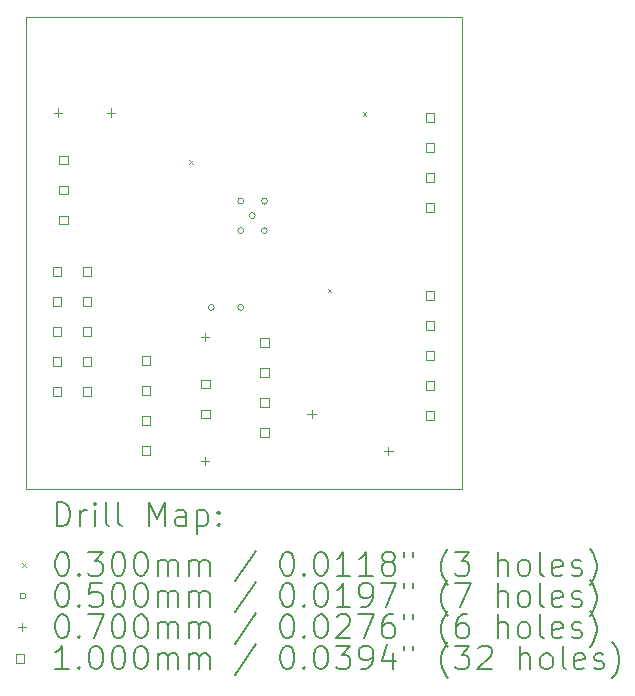
<source format=gbr>
%TF.GenerationSoftware,KiCad,Pcbnew,9.0.0*%
%TF.CreationDate,2025-03-07T02:48:02-06:00*%
%TF.ProjectId,ATWILC1000_Breakout,41545749-4c43-4313-9030-305f42726561,rev?*%
%TF.SameCoordinates,Original*%
%TF.FileFunction,Drillmap*%
%TF.FilePolarity,Positive*%
%FSLAX45Y45*%
G04 Gerber Fmt 4.5, Leading zero omitted, Abs format (unit mm)*
G04 Created by KiCad (PCBNEW 9.0.0) date 2025-03-07 02:48:02*
%MOMM*%
%LPD*%
G01*
G04 APERTURE LIST*
%ADD10C,0.050000*%
%ADD11C,0.200000*%
%ADD12C,0.100000*%
G04 APERTURE END LIST*
D10*
X12732500Y-8387500D02*
X16425000Y-8387500D01*
X16425000Y-12387500D01*
X12732500Y-12387500D01*
X12732500Y-8387500D01*
D11*
D12*
X14114200Y-9605800D02*
X14144200Y-9635800D01*
X14144200Y-9605800D02*
X14114200Y-9635800D01*
X15285000Y-10693568D02*
X15315000Y-10723568D01*
X15315000Y-10693568D02*
X15285000Y-10723568D01*
X15582643Y-9199730D02*
X15612643Y-9229730D01*
X15612643Y-9199730D02*
X15582643Y-9229730D01*
X14325000Y-10850000D02*
G75*
G02*
X14275000Y-10850000I-25000J0D01*
G01*
X14275000Y-10850000D02*
G75*
G02*
X14325000Y-10850000I25000J0D01*
G01*
X14575000Y-9950000D02*
G75*
G02*
X14525000Y-9950000I-25000J0D01*
G01*
X14525000Y-9950000D02*
G75*
G02*
X14575000Y-9950000I25000J0D01*
G01*
X14575000Y-10200000D02*
G75*
G02*
X14525000Y-10200000I-25000J0D01*
G01*
X14525000Y-10200000D02*
G75*
G02*
X14575000Y-10200000I25000J0D01*
G01*
X14575000Y-10850000D02*
G75*
G02*
X14525000Y-10850000I-25000J0D01*
G01*
X14525000Y-10850000D02*
G75*
G02*
X14575000Y-10850000I25000J0D01*
G01*
X14673000Y-10073000D02*
G75*
G02*
X14623000Y-10073000I-25000J0D01*
G01*
X14623000Y-10073000D02*
G75*
G02*
X14673000Y-10073000I25000J0D01*
G01*
X14775000Y-9950000D02*
G75*
G02*
X14725000Y-9950000I-25000J0D01*
G01*
X14725000Y-9950000D02*
G75*
G02*
X14775000Y-9950000I25000J0D01*
G01*
X14775000Y-10200000D02*
G75*
G02*
X14725000Y-10200000I-25000J0D01*
G01*
X14725000Y-10200000D02*
G75*
G02*
X14775000Y-10200000I25000J0D01*
G01*
X13000000Y-9165000D02*
X13000000Y-9235000D01*
X12965000Y-9200000D02*
X13035000Y-9200000D01*
X13450000Y-9165000D02*
X13450000Y-9235000D01*
X13415000Y-9200000D02*
X13485000Y-9200000D01*
X14250000Y-11065000D02*
X14250000Y-11135000D01*
X14215000Y-11100000D02*
X14285000Y-11100000D01*
X14250000Y-12115000D02*
X14250000Y-12185000D01*
X14215000Y-12150000D02*
X14285000Y-12150000D01*
X15150000Y-11715000D02*
X15150000Y-11785000D01*
X15115000Y-11750000D02*
X15185000Y-11750000D01*
X15800000Y-12031000D02*
X15800000Y-12101000D01*
X15765000Y-12066000D02*
X15835000Y-12066000D01*
X13031356Y-10581356D02*
X13031356Y-10510644D01*
X12960644Y-10510644D01*
X12960644Y-10581356D01*
X13031356Y-10581356D01*
X13031356Y-10835356D02*
X13031356Y-10764644D01*
X12960644Y-10764644D01*
X12960644Y-10835356D01*
X13031356Y-10835356D01*
X13031356Y-11089356D02*
X13031356Y-11018644D01*
X12960644Y-11018644D01*
X12960644Y-11089356D01*
X13031356Y-11089356D01*
X13031356Y-11343356D02*
X13031356Y-11272644D01*
X12960644Y-11272644D01*
X12960644Y-11343356D01*
X13031356Y-11343356D01*
X13031356Y-11597356D02*
X13031356Y-11526644D01*
X12960644Y-11526644D01*
X12960644Y-11597356D01*
X13031356Y-11597356D01*
X13085356Y-9635356D02*
X13085356Y-9564644D01*
X13014644Y-9564644D01*
X13014644Y-9635356D01*
X13085356Y-9635356D01*
X13085356Y-9889356D02*
X13085356Y-9818644D01*
X13014644Y-9818644D01*
X13014644Y-9889356D01*
X13085356Y-9889356D01*
X13085356Y-10143356D02*
X13085356Y-10072644D01*
X13014644Y-10072644D01*
X13014644Y-10143356D01*
X13085356Y-10143356D01*
X13285356Y-10581356D02*
X13285356Y-10510644D01*
X13214644Y-10510644D01*
X13214644Y-10581356D01*
X13285356Y-10581356D01*
X13285356Y-10835356D02*
X13285356Y-10764644D01*
X13214644Y-10764644D01*
X13214644Y-10835356D01*
X13285356Y-10835356D01*
X13285356Y-11089356D02*
X13285356Y-11018644D01*
X13214644Y-11018644D01*
X13214644Y-11089356D01*
X13285356Y-11089356D01*
X13285356Y-11343356D02*
X13285356Y-11272644D01*
X13214644Y-11272644D01*
X13214644Y-11343356D01*
X13285356Y-11343356D01*
X13285356Y-11597356D02*
X13285356Y-11526644D01*
X13214644Y-11526644D01*
X13214644Y-11597356D01*
X13285356Y-11597356D01*
X13785356Y-11335356D02*
X13785356Y-11264644D01*
X13714644Y-11264644D01*
X13714644Y-11335356D01*
X13785356Y-11335356D01*
X13785356Y-11589356D02*
X13785356Y-11518644D01*
X13714644Y-11518644D01*
X13714644Y-11589356D01*
X13785356Y-11589356D01*
X13785356Y-11843356D02*
X13785356Y-11772644D01*
X13714644Y-11772644D01*
X13714644Y-11843356D01*
X13785356Y-11843356D01*
X13785356Y-12097356D02*
X13785356Y-12026644D01*
X13714644Y-12026644D01*
X13714644Y-12097356D01*
X13785356Y-12097356D01*
X14285356Y-11531356D02*
X14285356Y-11460644D01*
X14214644Y-11460644D01*
X14214644Y-11531356D01*
X14285356Y-11531356D01*
X14285356Y-11785356D02*
X14285356Y-11714644D01*
X14214644Y-11714644D01*
X14214644Y-11785356D01*
X14285356Y-11785356D01*
X14785356Y-11181356D02*
X14785356Y-11110644D01*
X14714644Y-11110644D01*
X14714644Y-11181356D01*
X14785356Y-11181356D01*
X14785356Y-11435356D02*
X14785356Y-11364644D01*
X14714644Y-11364644D01*
X14714644Y-11435356D01*
X14785356Y-11435356D01*
X14785356Y-11689356D02*
X14785356Y-11618644D01*
X14714644Y-11618644D01*
X14714644Y-11689356D01*
X14785356Y-11689356D01*
X14785356Y-11943356D02*
X14785356Y-11872644D01*
X14714644Y-11872644D01*
X14714644Y-11943356D01*
X14785356Y-11943356D01*
X16185356Y-9277356D02*
X16185356Y-9206644D01*
X16114644Y-9206644D01*
X16114644Y-9277356D01*
X16185356Y-9277356D01*
X16185356Y-9531356D02*
X16185356Y-9460644D01*
X16114644Y-9460644D01*
X16114644Y-9531356D01*
X16185356Y-9531356D01*
X16185356Y-9785356D02*
X16185356Y-9714644D01*
X16114644Y-9714644D01*
X16114644Y-9785356D01*
X16185356Y-9785356D01*
X16185356Y-10039356D02*
X16185356Y-9968644D01*
X16114644Y-9968644D01*
X16114644Y-10039356D01*
X16185356Y-10039356D01*
X16185356Y-10785356D02*
X16185356Y-10714644D01*
X16114644Y-10714644D01*
X16114644Y-10785356D01*
X16185356Y-10785356D01*
X16185356Y-11039356D02*
X16185356Y-10968644D01*
X16114644Y-10968644D01*
X16114644Y-11039356D01*
X16185356Y-11039356D01*
X16185356Y-11293356D02*
X16185356Y-11222644D01*
X16114644Y-11222644D01*
X16114644Y-11293356D01*
X16185356Y-11293356D01*
X16185356Y-11547356D02*
X16185356Y-11476644D01*
X16114644Y-11476644D01*
X16114644Y-11547356D01*
X16185356Y-11547356D01*
X16185356Y-11801356D02*
X16185356Y-11730644D01*
X16114644Y-11730644D01*
X16114644Y-11801356D01*
X16185356Y-11801356D01*
D11*
X12990777Y-12701484D02*
X12990777Y-12501484D01*
X12990777Y-12501484D02*
X13038396Y-12501484D01*
X13038396Y-12501484D02*
X13066967Y-12511008D01*
X13066967Y-12511008D02*
X13086015Y-12530055D01*
X13086015Y-12530055D02*
X13095539Y-12549103D01*
X13095539Y-12549103D02*
X13105062Y-12587198D01*
X13105062Y-12587198D02*
X13105062Y-12615769D01*
X13105062Y-12615769D02*
X13095539Y-12653865D01*
X13095539Y-12653865D02*
X13086015Y-12672912D01*
X13086015Y-12672912D02*
X13066967Y-12691960D01*
X13066967Y-12691960D02*
X13038396Y-12701484D01*
X13038396Y-12701484D02*
X12990777Y-12701484D01*
X13190777Y-12701484D02*
X13190777Y-12568150D01*
X13190777Y-12606246D02*
X13200301Y-12587198D01*
X13200301Y-12587198D02*
X13209824Y-12577674D01*
X13209824Y-12577674D02*
X13228872Y-12568150D01*
X13228872Y-12568150D02*
X13247920Y-12568150D01*
X13314586Y-12701484D02*
X13314586Y-12568150D01*
X13314586Y-12501484D02*
X13305062Y-12511008D01*
X13305062Y-12511008D02*
X13314586Y-12520531D01*
X13314586Y-12520531D02*
X13324110Y-12511008D01*
X13324110Y-12511008D02*
X13314586Y-12501484D01*
X13314586Y-12501484D02*
X13314586Y-12520531D01*
X13438396Y-12701484D02*
X13419348Y-12691960D01*
X13419348Y-12691960D02*
X13409824Y-12672912D01*
X13409824Y-12672912D02*
X13409824Y-12501484D01*
X13543158Y-12701484D02*
X13524110Y-12691960D01*
X13524110Y-12691960D02*
X13514586Y-12672912D01*
X13514586Y-12672912D02*
X13514586Y-12501484D01*
X13771729Y-12701484D02*
X13771729Y-12501484D01*
X13771729Y-12501484D02*
X13838396Y-12644341D01*
X13838396Y-12644341D02*
X13905062Y-12501484D01*
X13905062Y-12501484D02*
X13905062Y-12701484D01*
X14086015Y-12701484D02*
X14086015Y-12596722D01*
X14086015Y-12596722D02*
X14076491Y-12577674D01*
X14076491Y-12577674D02*
X14057443Y-12568150D01*
X14057443Y-12568150D02*
X14019348Y-12568150D01*
X14019348Y-12568150D02*
X14000301Y-12577674D01*
X14086015Y-12691960D02*
X14066967Y-12701484D01*
X14066967Y-12701484D02*
X14019348Y-12701484D01*
X14019348Y-12701484D02*
X14000301Y-12691960D01*
X14000301Y-12691960D02*
X13990777Y-12672912D01*
X13990777Y-12672912D02*
X13990777Y-12653865D01*
X13990777Y-12653865D02*
X14000301Y-12634817D01*
X14000301Y-12634817D02*
X14019348Y-12625293D01*
X14019348Y-12625293D02*
X14066967Y-12625293D01*
X14066967Y-12625293D02*
X14086015Y-12615769D01*
X14181253Y-12568150D02*
X14181253Y-12768150D01*
X14181253Y-12577674D02*
X14200301Y-12568150D01*
X14200301Y-12568150D02*
X14238396Y-12568150D01*
X14238396Y-12568150D02*
X14257443Y-12577674D01*
X14257443Y-12577674D02*
X14266967Y-12587198D01*
X14266967Y-12587198D02*
X14276491Y-12606246D01*
X14276491Y-12606246D02*
X14276491Y-12663388D01*
X14276491Y-12663388D02*
X14266967Y-12682436D01*
X14266967Y-12682436D02*
X14257443Y-12691960D01*
X14257443Y-12691960D02*
X14238396Y-12701484D01*
X14238396Y-12701484D02*
X14200301Y-12701484D01*
X14200301Y-12701484D02*
X14181253Y-12691960D01*
X14362205Y-12682436D02*
X14371729Y-12691960D01*
X14371729Y-12691960D02*
X14362205Y-12701484D01*
X14362205Y-12701484D02*
X14352682Y-12691960D01*
X14352682Y-12691960D02*
X14362205Y-12682436D01*
X14362205Y-12682436D02*
X14362205Y-12701484D01*
X14362205Y-12577674D02*
X14371729Y-12587198D01*
X14371729Y-12587198D02*
X14362205Y-12596722D01*
X14362205Y-12596722D02*
X14352682Y-12587198D01*
X14352682Y-12587198D02*
X14362205Y-12577674D01*
X14362205Y-12577674D02*
X14362205Y-12596722D01*
D12*
X12700000Y-13015000D02*
X12730000Y-13045000D01*
X12730000Y-13015000D02*
X12700000Y-13045000D01*
D11*
X13028872Y-12921484D02*
X13047920Y-12921484D01*
X13047920Y-12921484D02*
X13066967Y-12931008D01*
X13066967Y-12931008D02*
X13076491Y-12940531D01*
X13076491Y-12940531D02*
X13086015Y-12959579D01*
X13086015Y-12959579D02*
X13095539Y-12997674D01*
X13095539Y-12997674D02*
X13095539Y-13045293D01*
X13095539Y-13045293D02*
X13086015Y-13083388D01*
X13086015Y-13083388D02*
X13076491Y-13102436D01*
X13076491Y-13102436D02*
X13066967Y-13111960D01*
X13066967Y-13111960D02*
X13047920Y-13121484D01*
X13047920Y-13121484D02*
X13028872Y-13121484D01*
X13028872Y-13121484D02*
X13009824Y-13111960D01*
X13009824Y-13111960D02*
X13000301Y-13102436D01*
X13000301Y-13102436D02*
X12990777Y-13083388D01*
X12990777Y-13083388D02*
X12981253Y-13045293D01*
X12981253Y-13045293D02*
X12981253Y-12997674D01*
X12981253Y-12997674D02*
X12990777Y-12959579D01*
X12990777Y-12959579D02*
X13000301Y-12940531D01*
X13000301Y-12940531D02*
X13009824Y-12931008D01*
X13009824Y-12931008D02*
X13028872Y-12921484D01*
X13181253Y-13102436D02*
X13190777Y-13111960D01*
X13190777Y-13111960D02*
X13181253Y-13121484D01*
X13181253Y-13121484D02*
X13171729Y-13111960D01*
X13171729Y-13111960D02*
X13181253Y-13102436D01*
X13181253Y-13102436D02*
X13181253Y-13121484D01*
X13257443Y-12921484D02*
X13381253Y-12921484D01*
X13381253Y-12921484D02*
X13314586Y-12997674D01*
X13314586Y-12997674D02*
X13343158Y-12997674D01*
X13343158Y-12997674D02*
X13362205Y-13007198D01*
X13362205Y-13007198D02*
X13371729Y-13016722D01*
X13371729Y-13016722D02*
X13381253Y-13035769D01*
X13381253Y-13035769D02*
X13381253Y-13083388D01*
X13381253Y-13083388D02*
X13371729Y-13102436D01*
X13371729Y-13102436D02*
X13362205Y-13111960D01*
X13362205Y-13111960D02*
X13343158Y-13121484D01*
X13343158Y-13121484D02*
X13286015Y-13121484D01*
X13286015Y-13121484D02*
X13266967Y-13111960D01*
X13266967Y-13111960D02*
X13257443Y-13102436D01*
X13505062Y-12921484D02*
X13524110Y-12921484D01*
X13524110Y-12921484D02*
X13543158Y-12931008D01*
X13543158Y-12931008D02*
X13552682Y-12940531D01*
X13552682Y-12940531D02*
X13562205Y-12959579D01*
X13562205Y-12959579D02*
X13571729Y-12997674D01*
X13571729Y-12997674D02*
X13571729Y-13045293D01*
X13571729Y-13045293D02*
X13562205Y-13083388D01*
X13562205Y-13083388D02*
X13552682Y-13102436D01*
X13552682Y-13102436D02*
X13543158Y-13111960D01*
X13543158Y-13111960D02*
X13524110Y-13121484D01*
X13524110Y-13121484D02*
X13505062Y-13121484D01*
X13505062Y-13121484D02*
X13486015Y-13111960D01*
X13486015Y-13111960D02*
X13476491Y-13102436D01*
X13476491Y-13102436D02*
X13466967Y-13083388D01*
X13466967Y-13083388D02*
X13457443Y-13045293D01*
X13457443Y-13045293D02*
X13457443Y-12997674D01*
X13457443Y-12997674D02*
X13466967Y-12959579D01*
X13466967Y-12959579D02*
X13476491Y-12940531D01*
X13476491Y-12940531D02*
X13486015Y-12931008D01*
X13486015Y-12931008D02*
X13505062Y-12921484D01*
X13695539Y-12921484D02*
X13714586Y-12921484D01*
X13714586Y-12921484D02*
X13733634Y-12931008D01*
X13733634Y-12931008D02*
X13743158Y-12940531D01*
X13743158Y-12940531D02*
X13752682Y-12959579D01*
X13752682Y-12959579D02*
X13762205Y-12997674D01*
X13762205Y-12997674D02*
X13762205Y-13045293D01*
X13762205Y-13045293D02*
X13752682Y-13083388D01*
X13752682Y-13083388D02*
X13743158Y-13102436D01*
X13743158Y-13102436D02*
X13733634Y-13111960D01*
X13733634Y-13111960D02*
X13714586Y-13121484D01*
X13714586Y-13121484D02*
X13695539Y-13121484D01*
X13695539Y-13121484D02*
X13676491Y-13111960D01*
X13676491Y-13111960D02*
X13666967Y-13102436D01*
X13666967Y-13102436D02*
X13657443Y-13083388D01*
X13657443Y-13083388D02*
X13647920Y-13045293D01*
X13647920Y-13045293D02*
X13647920Y-12997674D01*
X13647920Y-12997674D02*
X13657443Y-12959579D01*
X13657443Y-12959579D02*
X13666967Y-12940531D01*
X13666967Y-12940531D02*
X13676491Y-12931008D01*
X13676491Y-12931008D02*
X13695539Y-12921484D01*
X13847920Y-13121484D02*
X13847920Y-12988150D01*
X13847920Y-13007198D02*
X13857443Y-12997674D01*
X13857443Y-12997674D02*
X13876491Y-12988150D01*
X13876491Y-12988150D02*
X13905063Y-12988150D01*
X13905063Y-12988150D02*
X13924110Y-12997674D01*
X13924110Y-12997674D02*
X13933634Y-13016722D01*
X13933634Y-13016722D02*
X13933634Y-13121484D01*
X13933634Y-13016722D02*
X13943158Y-12997674D01*
X13943158Y-12997674D02*
X13962205Y-12988150D01*
X13962205Y-12988150D02*
X13990777Y-12988150D01*
X13990777Y-12988150D02*
X14009824Y-12997674D01*
X14009824Y-12997674D02*
X14019348Y-13016722D01*
X14019348Y-13016722D02*
X14019348Y-13121484D01*
X14114586Y-13121484D02*
X14114586Y-12988150D01*
X14114586Y-13007198D02*
X14124110Y-12997674D01*
X14124110Y-12997674D02*
X14143158Y-12988150D01*
X14143158Y-12988150D02*
X14171729Y-12988150D01*
X14171729Y-12988150D02*
X14190777Y-12997674D01*
X14190777Y-12997674D02*
X14200301Y-13016722D01*
X14200301Y-13016722D02*
X14200301Y-13121484D01*
X14200301Y-13016722D02*
X14209824Y-12997674D01*
X14209824Y-12997674D02*
X14228872Y-12988150D01*
X14228872Y-12988150D02*
X14257443Y-12988150D01*
X14257443Y-12988150D02*
X14276491Y-12997674D01*
X14276491Y-12997674D02*
X14286015Y-13016722D01*
X14286015Y-13016722D02*
X14286015Y-13121484D01*
X14676491Y-12911960D02*
X14505063Y-13169103D01*
X14933634Y-12921484D02*
X14952682Y-12921484D01*
X14952682Y-12921484D02*
X14971729Y-12931008D01*
X14971729Y-12931008D02*
X14981253Y-12940531D01*
X14981253Y-12940531D02*
X14990777Y-12959579D01*
X14990777Y-12959579D02*
X15000301Y-12997674D01*
X15000301Y-12997674D02*
X15000301Y-13045293D01*
X15000301Y-13045293D02*
X14990777Y-13083388D01*
X14990777Y-13083388D02*
X14981253Y-13102436D01*
X14981253Y-13102436D02*
X14971729Y-13111960D01*
X14971729Y-13111960D02*
X14952682Y-13121484D01*
X14952682Y-13121484D02*
X14933634Y-13121484D01*
X14933634Y-13121484D02*
X14914586Y-13111960D01*
X14914586Y-13111960D02*
X14905063Y-13102436D01*
X14905063Y-13102436D02*
X14895539Y-13083388D01*
X14895539Y-13083388D02*
X14886015Y-13045293D01*
X14886015Y-13045293D02*
X14886015Y-12997674D01*
X14886015Y-12997674D02*
X14895539Y-12959579D01*
X14895539Y-12959579D02*
X14905063Y-12940531D01*
X14905063Y-12940531D02*
X14914586Y-12931008D01*
X14914586Y-12931008D02*
X14933634Y-12921484D01*
X15086015Y-13102436D02*
X15095539Y-13111960D01*
X15095539Y-13111960D02*
X15086015Y-13121484D01*
X15086015Y-13121484D02*
X15076491Y-13111960D01*
X15076491Y-13111960D02*
X15086015Y-13102436D01*
X15086015Y-13102436D02*
X15086015Y-13121484D01*
X15219348Y-12921484D02*
X15238396Y-12921484D01*
X15238396Y-12921484D02*
X15257444Y-12931008D01*
X15257444Y-12931008D02*
X15266967Y-12940531D01*
X15266967Y-12940531D02*
X15276491Y-12959579D01*
X15276491Y-12959579D02*
X15286015Y-12997674D01*
X15286015Y-12997674D02*
X15286015Y-13045293D01*
X15286015Y-13045293D02*
X15276491Y-13083388D01*
X15276491Y-13083388D02*
X15266967Y-13102436D01*
X15266967Y-13102436D02*
X15257444Y-13111960D01*
X15257444Y-13111960D02*
X15238396Y-13121484D01*
X15238396Y-13121484D02*
X15219348Y-13121484D01*
X15219348Y-13121484D02*
X15200301Y-13111960D01*
X15200301Y-13111960D02*
X15190777Y-13102436D01*
X15190777Y-13102436D02*
X15181253Y-13083388D01*
X15181253Y-13083388D02*
X15171729Y-13045293D01*
X15171729Y-13045293D02*
X15171729Y-12997674D01*
X15171729Y-12997674D02*
X15181253Y-12959579D01*
X15181253Y-12959579D02*
X15190777Y-12940531D01*
X15190777Y-12940531D02*
X15200301Y-12931008D01*
X15200301Y-12931008D02*
X15219348Y-12921484D01*
X15476491Y-13121484D02*
X15362206Y-13121484D01*
X15419348Y-13121484D02*
X15419348Y-12921484D01*
X15419348Y-12921484D02*
X15400301Y-12950055D01*
X15400301Y-12950055D02*
X15381253Y-12969103D01*
X15381253Y-12969103D02*
X15362206Y-12978627D01*
X15666967Y-13121484D02*
X15552682Y-13121484D01*
X15609825Y-13121484D02*
X15609825Y-12921484D01*
X15609825Y-12921484D02*
X15590777Y-12950055D01*
X15590777Y-12950055D02*
X15571729Y-12969103D01*
X15571729Y-12969103D02*
X15552682Y-12978627D01*
X15781253Y-13007198D02*
X15762206Y-12997674D01*
X15762206Y-12997674D02*
X15752682Y-12988150D01*
X15752682Y-12988150D02*
X15743158Y-12969103D01*
X15743158Y-12969103D02*
X15743158Y-12959579D01*
X15743158Y-12959579D02*
X15752682Y-12940531D01*
X15752682Y-12940531D02*
X15762206Y-12931008D01*
X15762206Y-12931008D02*
X15781253Y-12921484D01*
X15781253Y-12921484D02*
X15819348Y-12921484D01*
X15819348Y-12921484D02*
X15838396Y-12931008D01*
X15838396Y-12931008D02*
X15847920Y-12940531D01*
X15847920Y-12940531D02*
X15857444Y-12959579D01*
X15857444Y-12959579D02*
X15857444Y-12969103D01*
X15857444Y-12969103D02*
X15847920Y-12988150D01*
X15847920Y-12988150D02*
X15838396Y-12997674D01*
X15838396Y-12997674D02*
X15819348Y-13007198D01*
X15819348Y-13007198D02*
X15781253Y-13007198D01*
X15781253Y-13007198D02*
X15762206Y-13016722D01*
X15762206Y-13016722D02*
X15752682Y-13026246D01*
X15752682Y-13026246D02*
X15743158Y-13045293D01*
X15743158Y-13045293D02*
X15743158Y-13083388D01*
X15743158Y-13083388D02*
X15752682Y-13102436D01*
X15752682Y-13102436D02*
X15762206Y-13111960D01*
X15762206Y-13111960D02*
X15781253Y-13121484D01*
X15781253Y-13121484D02*
X15819348Y-13121484D01*
X15819348Y-13121484D02*
X15838396Y-13111960D01*
X15838396Y-13111960D02*
X15847920Y-13102436D01*
X15847920Y-13102436D02*
X15857444Y-13083388D01*
X15857444Y-13083388D02*
X15857444Y-13045293D01*
X15857444Y-13045293D02*
X15847920Y-13026246D01*
X15847920Y-13026246D02*
X15838396Y-13016722D01*
X15838396Y-13016722D02*
X15819348Y-13007198D01*
X15933634Y-12921484D02*
X15933634Y-12959579D01*
X16009825Y-12921484D02*
X16009825Y-12959579D01*
X16305063Y-13197674D02*
X16295539Y-13188150D01*
X16295539Y-13188150D02*
X16276491Y-13159579D01*
X16276491Y-13159579D02*
X16266968Y-13140531D01*
X16266968Y-13140531D02*
X16257444Y-13111960D01*
X16257444Y-13111960D02*
X16247920Y-13064341D01*
X16247920Y-13064341D02*
X16247920Y-13026246D01*
X16247920Y-13026246D02*
X16257444Y-12978627D01*
X16257444Y-12978627D02*
X16266968Y-12950055D01*
X16266968Y-12950055D02*
X16276491Y-12931008D01*
X16276491Y-12931008D02*
X16295539Y-12902436D01*
X16295539Y-12902436D02*
X16305063Y-12892912D01*
X16362206Y-12921484D02*
X16486015Y-12921484D01*
X16486015Y-12921484D02*
X16419348Y-12997674D01*
X16419348Y-12997674D02*
X16447920Y-12997674D01*
X16447920Y-12997674D02*
X16466968Y-13007198D01*
X16466968Y-13007198D02*
X16476491Y-13016722D01*
X16476491Y-13016722D02*
X16486015Y-13035769D01*
X16486015Y-13035769D02*
X16486015Y-13083388D01*
X16486015Y-13083388D02*
X16476491Y-13102436D01*
X16476491Y-13102436D02*
X16466968Y-13111960D01*
X16466968Y-13111960D02*
X16447920Y-13121484D01*
X16447920Y-13121484D02*
X16390777Y-13121484D01*
X16390777Y-13121484D02*
X16371729Y-13111960D01*
X16371729Y-13111960D02*
X16362206Y-13102436D01*
X16724110Y-13121484D02*
X16724110Y-12921484D01*
X16809825Y-13121484D02*
X16809825Y-13016722D01*
X16809825Y-13016722D02*
X16800301Y-12997674D01*
X16800301Y-12997674D02*
X16781253Y-12988150D01*
X16781253Y-12988150D02*
X16752682Y-12988150D01*
X16752682Y-12988150D02*
X16733634Y-12997674D01*
X16733634Y-12997674D02*
X16724110Y-13007198D01*
X16933634Y-13121484D02*
X16914587Y-13111960D01*
X16914587Y-13111960D02*
X16905063Y-13102436D01*
X16905063Y-13102436D02*
X16895539Y-13083388D01*
X16895539Y-13083388D02*
X16895539Y-13026246D01*
X16895539Y-13026246D02*
X16905063Y-13007198D01*
X16905063Y-13007198D02*
X16914587Y-12997674D01*
X16914587Y-12997674D02*
X16933634Y-12988150D01*
X16933634Y-12988150D02*
X16962206Y-12988150D01*
X16962206Y-12988150D02*
X16981253Y-12997674D01*
X16981253Y-12997674D02*
X16990777Y-13007198D01*
X16990777Y-13007198D02*
X17000301Y-13026246D01*
X17000301Y-13026246D02*
X17000301Y-13083388D01*
X17000301Y-13083388D02*
X16990777Y-13102436D01*
X16990777Y-13102436D02*
X16981253Y-13111960D01*
X16981253Y-13111960D02*
X16962206Y-13121484D01*
X16962206Y-13121484D02*
X16933634Y-13121484D01*
X17114587Y-13121484D02*
X17095539Y-13111960D01*
X17095539Y-13111960D02*
X17086015Y-13092912D01*
X17086015Y-13092912D02*
X17086015Y-12921484D01*
X17266968Y-13111960D02*
X17247920Y-13121484D01*
X17247920Y-13121484D02*
X17209825Y-13121484D01*
X17209825Y-13121484D02*
X17190777Y-13111960D01*
X17190777Y-13111960D02*
X17181253Y-13092912D01*
X17181253Y-13092912D02*
X17181253Y-13016722D01*
X17181253Y-13016722D02*
X17190777Y-12997674D01*
X17190777Y-12997674D02*
X17209825Y-12988150D01*
X17209825Y-12988150D02*
X17247920Y-12988150D01*
X17247920Y-12988150D02*
X17266968Y-12997674D01*
X17266968Y-12997674D02*
X17276492Y-13016722D01*
X17276492Y-13016722D02*
X17276492Y-13035769D01*
X17276492Y-13035769D02*
X17181253Y-13054817D01*
X17352682Y-13111960D02*
X17371730Y-13121484D01*
X17371730Y-13121484D02*
X17409825Y-13121484D01*
X17409825Y-13121484D02*
X17428873Y-13111960D01*
X17428873Y-13111960D02*
X17438396Y-13092912D01*
X17438396Y-13092912D02*
X17438396Y-13083388D01*
X17438396Y-13083388D02*
X17428873Y-13064341D01*
X17428873Y-13064341D02*
X17409825Y-13054817D01*
X17409825Y-13054817D02*
X17381253Y-13054817D01*
X17381253Y-13054817D02*
X17362206Y-13045293D01*
X17362206Y-13045293D02*
X17352682Y-13026246D01*
X17352682Y-13026246D02*
X17352682Y-13016722D01*
X17352682Y-13016722D02*
X17362206Y-12997674D01*
X17362206Y-12997674D02*
X17381253Y-12988150D01*
X17381253Y-12988150D02*
X17409825Y-12988150D01*
X17409825Y-12988150D02*
X17428873Y-12997674D01*
X17505063Y-13197674D02*
X17514587Y-13188150D01*
X17514587Y-13188150D02*
X17533634Y-13159579D01*
X17533634Y-13159579D02*
X17543158Y-13140531D01*
X17543158Y-13140531D02*
X17552682Y-13111960D01*
X17552682Y-13111960D02*
X17562206Y-13064341D01*
X17562206Y-13064341D02*
X17562206Y-13026246D01*
X17562206Y-13026246D02*
X17552682Y-12978627D01*
X17552682Y-12978627D02*
X17543158Y-12950055D01*
X17543158Y-12950055D02*
X17533634Y-12931008D01*
X17533634Y-12931008D02*
X17514587Y-12902436D01*
X17514587Y-12902436D02*
X17505063Y-12892912D01*
D12*
X12730000Y-13294000D02*
G75*
G02*
X12680000Y-13294000I-25000J0D01*
G01*
X12680000Y-13294000D02*
G75*
G02*
X12730000Y-13294000I25000J0D01*
G01*
D11*
X13028872Y-13185484D02*
X13047920Y-13185484D01*
X13047920Y-13185484D02*
X13066967Y-13195008D01*
X13066967Y-13195008D02*
X13076491Y-13204531D01*
X13076491Y-13204531D02*
X13086015Y-13223579D01*
X13086015Y-13223579D02*
X13095539Y-13261674D01*
X13095539Y-13261674D02*
X13095539Y-13309293D01*
X13095539Y-13309293D02*
X13086015Y-13347388D01*
X13086015Y-13347388D02*
X13076491Y-13366436D01*
X13076491Y-13366436D02*
X13066967Y-13375960D01*
X13066967Y-13375960D02*
X13047920Y-13385484D01*
X13047920Y-13385484D02*
X13028872Y-13385484D01*
X13028872Y-13385484D02*
X13009824Y-13375960D01*
X13009824Y-13375960D02*
X13000301Y-13366436D01*
X13000301Y-13366436D02*
X12990777Y-13347388D01*
X12990777Y-13347388D02*
X12981253Y-13309293D01*
X12981253Y-13309293D02*
X12981253Y-13261674D01*
X12981253Y-13261674D02*
X12990777Y-13223579D01*
X12990777Y-13223579D02*
X13000301Y-13204531D01*
X13000301Y-13204531D02*
X13009824Y-13195008D01*
X13009824Y-13195008D02*
X13028872Y-13185484D01*
X13181253Y-13366436D02*
X13190777Y-13375960D01*
X13190777Y-13375960D02*
X13181253Y-13385484D01*
X13181253Y-13385484D02*
X13171729Y-13375960D01*
X13171729Y-13375960D02*
X13181253Y-13366436D01*
X13181253Y-13366436D02*
X13181253Y-13385484D01*
X13371729Y-13185484D02*
X13276491Y-13185484D01*
X13276491Y-13185484D02*
X13266967Y-13280722D01*
X13266967Y-13280722D02*
X13276491Y-13271198D01*
X13276491Y-13271198D02*
X13295539Y-13261674D01*
X13295539Y-13261674D02*
X13343158Y-13261674D01*
X13343158Y-13261674D02*
X13362205Y-13271198D01*
X13362205Y-13271198D02*
X13371729Y-13280722D01*
X13371729Y-13280722D02*
X13381253Y-13299769D01*
X13381253Y-13299769D02*
X13381253Y-13347388D01*
X13381253Y-13347388D02*
X13371729Y-13366436D01*
X13371729Y-13366436D02*
X13362205Y-13375960D01*
X13362205Y-13375960D02*
X13343158Y-13385484D01*
X13343158Y-13385484D02*
X13295539Y-13385484D01*
X13295539Y-13385484D02*
X13276491Y-13375960D01*
X13276491Y-13375960D02*
X13266967Y-13366436D01*
X13505062Y-13185484D02*
X13524110Y-13185484D01*
X13524110Y-13185484D02*
X13543158Y-13195008D01*
X13543158Y-13195008D02*
X13552682Y-13204531D01*
X13552682Y-13204531D02*
X13562205Y-13223579D01*
X13562205Y-13223579D02*
X13571729Y-13261674D01*
X13571729Y-13261674D02*
X13571729Y-13309293D01*
X13571729Y-13309293D02*
X13562205Y-13347388D01*
X13562205Y-13347388D02*
X13552682Y-13366436D01*
X13552682Y-13366436D02*
X13543158Y-13375960D01*
X13543158Y-13375960D02*
X13524110Y-13385484D01*
X13524110Y-13385484D02*
X13505062Y-13385484D01*
X13505062Y-13385484D02*
X13486015Y-13375960D01*
X13486015Y-13375960D02*
X13476491Y-13366436D01*
X13476491Y-13366436D02*
X13466967Y-13347388D01*
X13466967Y-13347388D02*
X13457443Y-13309293D01*
X13457443Y-13309293D02*
X13457443Y-13261674D01*
X13457443Y-13261674D02*
X13466967Y-13223579D01*
X13466967Y-13223579D02*
X13476491Y-13204531D01*
X13476491Y-13204531D02*
X13486015Y-13195008D01*
X13486015Y-13195008D02*
X13505062Y-13185484D01*
X13695539Y-13185484D02*
X13714586Y-13185484D01*
X13714586Y-13185484D02*
X13733634Y-13195008D01*
X13733634Y-13195008D02*
X13743158Y-13204531D01*
X13743158Y-13204531D02*
X13752682Y-13223579D01*
X13752682Y-13223579D02*
X13762205Y-13261674D01*
X13762205Y-13261674D02*
X13762205Y-13309293D01*
X13762205Y-13309293D02*
X13752682Y-13347388D01*
X13752682Y-13347388D02*
X13743158Y-13366436D01*
X13743158Y-13366436D02*
X13733634Y-13375960D01*
X13733634Y-13375960D02*
X13714586Y-13385484D01*
X13714586Y-13385484D02*
X13695539Y-13385484D01*
X13695539Y-13385484D02*
X13676491Y-13375960D01*
X13676491Y-13375960D02*
X13666967Y-13366436D01*
X13666967Y-13366436D02*
X13657443Y-13347388D01*
X13657443Y-13347388D02*
X13647920Y-13309293D01*
X13647920Y-13309293D02*
X13647920Y-13261674D01*
X13647920Y-13261674D02*
X13657443Y-13223579D01*
X13657443Y-13223579D02*
X13666967Y-13204531D01*
X13666967Y-13204531D02*
X13676491Y-13195008D01*
X13676491Y-13195008D02*
X13695539Y-13185484D01*
X13847920Y-13385484D02*
X13847920Y-13252150D01*
X13847920Y-13271198D02*
X13857443Y-13261674D01*
X13857443Y-13261674D02*
X13876491Y-13252150D01*
X13876491Y-13252150D02*
X13905063Y-13252150D01*
X13905063Y-13252150D02*
X13924110Y-13261674D01*
X13924110Y-13261674D02*
X13933634Y-13280722D01*
X13933634Y-13280722D02*
X13933634Y-13385484D01*
X13933634Y-13280722D02*
X13943158Y-13261674D01*
X13943158Y-13261674D02*
X13962205Y-13252150D01*
X13962205Y-13252150D02*
X13990777Y-13252150D01*
X13990777Y-13252150D02*
X14009824Y-13261674D01*
X14009824Y-13261674D02*
X14019348Y-13280722D01*
X14019348Y-13280722D02*
X14019348Y-13385484D01*
X14114586Y-13385484D02*
X14114586Y-13252150D01*
X14114586Y-13271198D02*
X14124110Y-13261674D01*
X14124110Y-13261674D02*
X14143158Y-13252150D01*
X14143158Y-13252150D02*
X14171729Y-13252150D01*
X14171729Y-13252150D02*
X14190777Y-13261674D01*
X14190777Y-13261674D02*
X14200301Y-13280722D01*
X14200301Y-13280722D02*
X14200301Y-13385484D01*
X14200301Y-13280722D02*
X14209824Y-13261674D01*
X14209824Y-13261674D02*
X14228872Y-13252150D01*
X14228872Y-13252150D02*
X14257443Y-13252150D01*
X14257443Y-13252150D02*
X14276491Y-13261674D01*
X14276491Y-13261674D02*
X14286015Y-13280722D01*
X14286015Y-13280722D02*
X14286015Y-13385484D01*
X14676491Y-13175960D02*
X14505063Y-13433103D01*
X14933634Y-13185484D02*
X14952682Y-13185484D01*
X14952682Y-13185484D02*
X14971729Y-13195008D01*
X14971729Y-13195008D02*
X14981253Y-13204531D01*
X14981253Y-13204531D02*
X14990777Y-13223579D01*
X14990777Y-13223579D02*
X15000301Y-13261674D01*
X15000301Y-13261674D02*
X15000301Y-13309293D01*
X15000301Y-13309293D02*
X14990777Y-13347388D01*
X14990777Y-13347388D02*
X14981253Y-13366436D01*
X14981253Y-13366436D02*
X14971729Y-13375960D01*
X14971729Y-13375960D02*
X14952682Y-13385484D01*
X14952682Y-13385484D02*
X14933634Y-13385484D01*
X14933634Y-13385484D02*
X14914586Y-13375960D01*
X14914586Y-13375960D02*
X14905063Y-13366436D01*
X14905063Y-13366436D02*
X14895539Y-13347388D01*
X14895539Y-13347388D02*
X14886015Y-13309293D01*
X14886015Y-13309293D02*
X14886015Y-13261674D01*
X14886015Y-13261674D02*
X14895539Y-13223579D01*
X14895539Y-13223579D02*
X14905063Y-13204531D01*
X14905063Y-13204531D02*
X14914586Y-13195008D01*
X14914586Y-13195008D02*
X14933634Y-13185484D01*
X15086015Y-13366436D02*
X15095539Y-13375960D01*
X15095539Y-13375960D02*
X15086015Y-13385484D01*
X15086015Y-13385484D02*
X15076491Y-13375960D01*
X15076491Y-13375960D02*
X15086015Y-13366436D01*
X15086015Y-13366436D02*
X15086015Y-13385484D01*
X15219348Y-13185484D02*
X15238396Y-13185484D01*
X15238396Y-13185484D02*
X15257444Y-13195008D01*
X15257444Y-13195008D02*
X15266967Y-13204531D01*
X15266967Y-13204531D02*
X15276491Y-13223579D01*
X15276491Y-13223579D02*
X15286015Y-13261674D01*
X15286015Y-13261674D02*
X15286015Y-13309293D01*
X15286015Y-13309293D02*
X15276491Y-13347388D01*
X15276491Y-13347388D02*
X15266967Y-13366436D01*
X15266967Y-13366436D02*
X15257444Y-13375960D01*
X15257444Y-13375960D02*
X15238396Y-13385484D01*
X15238396Y-13385484D02*
X15219348Y-13385484D01*
X15219348Y-13385484D02*
X15200301Y-13375960D01*
X15200301Y-13375960D02*
X15190777Y-13366436D01*
X15190777Y-13366436D02*
X15181253Y-13347388D01*
X15181253Y-13347388D02*
X15171729Y-13309293D01*
X15171729Y-13309293D02*
X15171729Y-13261674D01*
X15171729Y-13261674D02*
X15181253Y-13223579D01*
X15181253Y-13223579D02*
X15190777Y-13204531D01*
X15190777Y-13204531D02*
X15200301Y-13195008D01*
X15200301Y-13195008D02*
X15219348Y-13185484D01*
X15476491Y-13385484D02*
X15362206Y-13385484D01*
X15419348Y-13385484D02*
X15419348Y-13185484D01*
X15419348Y-13185484D02*
X15400301Y-13214055D01*
X15400301Y-13214055D02*
X15381253Y-13233103D01*
X15381253Y-13233103D02*
X15362206Y-13242627D01*
X15571729Y-13385484D02*
X15609825Y-13385484D01*
X15609825Y-13385484D02*
X15628872Y-13375960D01*
X15628872Y-13375960D02*
X15638396Y-13366436D01*
X15638396Y-13366436D02*
X15657444Y-13337865D01*
X15657444Y-13337865D02*
X15666967Y-13299769D01*
X15666967Y-13299769D02*
X15666967Y-13223579D01*
X15666967Y-13223579D02*
X15657444Y-13204531D01*
X15657444Y-13204531D02*
X15647920Y-13195008D01*
X15647920Y-13195008D02*
X15628872Y-13185484D01*
X15628872Y-13185484D02*
X15590777Y-13185484D01*
X15590777Y-13185484D02*
X15571729Y-13195008D01*
X15571729Y-13195008D02*
X15562206Y-13204531D01*
X15562206Y-13204531D02*
X15552682Y-13223579D01*
X15552682Y-13223579D02*
X15552682Y-13271198D01*
X15552682Y-13271198D02*
X15562206Y-13290246D01*
X15562206Y-13290246D02*
X15571729Y-13299769D01*
X15571729Y-13299769D02*
X15590777Y-13309293D01*
X15590777Y-13309293D02*
X15628872Y-13309293D01*
X15628872Y-13309293D02*
X15647920Y-13299769D01*
X15647920Y-13299769D02*
X15657444Y-13290246D01*
X15657444Y-13290246D02*
X15666967Y-13271198D01*
X15733634Y-13185484D02*
X15866967Y-13185484D01*
X15866967Y-13185484D02*
X15781253Y-13385484D01*
X15933634Y-13185484D02*
X15933634Y-13223579D01*
X16009825Y-13185484D02*
X16009825Y-13223579D01*
X16305063Y-13461674D02*
X16295539Y-13452150D01*
X16295539Y-13452150D02*
X16276491Y-13423579D01*
X16276491Y-13423579D02*
X16266968Y-13404531D01*
X16266968Y-13404531D02*
X16257444Y-13375960D01*
X16257444Y-13375960D02*
X16247920Y-13328341D01*
X16247920Y-13328341D02*
X16247920Y-13290246D01*
X16247920Y-13290246D02*
X16257444Y-13242627D01*
X16257444Y-13242627D02*
X16266968Y-13214055D01*
X16266968Y-13214055D02*
X16276491Y-13195008D01*
X16276491Y-13195008D02*
X16295539Y-13166436D01*
X16295539Y-13166436D02*
X16305063Y-13156912D01*
X16362206Y-13185484D02*
X16495539Y-13185484D01*
X16495539Y-13185484D02*
X16409825Y-13385484D01*
X16724110Y-13385484D02*
X16724110Y-13185484D01*
X16809825Y-13385484D02*
X16809825Y-13280722D01*
X16809825Y-13280722D02*
X16800301Y-13261674D01*
X16800301Y-13261674D02*
X16781253Y-13252150D01*
X16781253Y-13252150D02*
X16752682Y-13252150D01*
X16752682Y-13252150D02*
X16733634Y-13261674D01*
X16733634Y-13261674D02*
X16724110Y-13271198D01*
X16933634Y-13385484D02*
X16914587Y-13375960D01*
X16914587Y-13375960D02*
X16905063Y-13366436D01*
X16905063Y-13366436D02*
X16895539Y-13347388D01*
X16895539Y-13347388D02*
X16895539Y-13290246D01*
X16895539Y-13290246D02*
X16905063Y-13271198D01*
X16905063Y-13271198D02*
X16914587Y-13261674D01*
X16914587Y-13261674D02*
X16933634Y-13252150D01*
X16933634Y-13252150D02*
X16962206Y-13252150D01*
X16962206Y-13252150D02*
X16981253Y-13261674D01*
X16981253Y-13261674D02*
X16990777Y-13271198D01*
X16990777Y-13271198D02*
X17000301Y-13290246D01*
X17000301Y-13290246D02*
X17000301Y-13347388D01*
X17000301Y-13347388D02*
X16990777Y-13366436D01*
X16990777Y-13366436D02*
X16981253Y-13375960D01*
X16981253Y-13375960D02*
X16962206Y-13385484D01*
X16962206Y-13385484D02*
X16933634Y-13385484D01*
X17114587Y-13385484D02*
X17095539Y-13375960D01*
X17095539Y-13375960D02*
X17086015Y-13356912D01*
X17086015Y-13356912D02*
X17086015Y-13185484D01*
X17266968Y-13375960D02*
X17247920Y-13385484D01*
X17247920Y-13385484D02*
X17209825Y-13385484D01*
X17209825Y-13385484D02*
X17190777Y-13375960D01*
X17190777Y-13375960D02*
X17181253Y-13356912D01*
X17181253Y-13356912D02*
X17181253Y-13280722D01*
X17181253Y-13280722D02*
X17190777Y-13261674D01*
X17190777Y-13261674D02*
X17209825Y-13252150D01*
X17209825Y-13252150D02*
X17247920Y-13252150D01*
X17247920Y-13252150D02*
X17266968Y-13261674D01*
X17266968Y-13261674D02*
X17276492Y-13280722D01*
X17276492Y-13280722D02*
X17276492Y-13299769D01*
X17276492Y-13299769D02*
X17181253Y-13318817D01*
X17352682Y-13375960D02*
X17371730Y-13385484D01*
X17371730Y-13385484D02*
X17409825Y-13385484D01*
X17409825Y-13385484D02*
X17428873Y-13375960D01*
X17428873Y-13375960D02*
X17438396Y-13356912D01*
X17438396Y-13356912D02*
X17438396Y-13347388D01*
X17438396Y-13347388D02*
X17428873Y-13328341D01*
X17428873Y-13328341D02*
X17409825Y-13318817D01*
X17409825Y-13318817D02*
X17381253Y-13318817D01*
X17381253Y-13318817D02*
X17362206Y-13309293D01*
X17362206Y-13309293D02*
X17352682Y-13290246D01*
X17352682Y-13290246D02*
X17352682Y-13280722D01*
X17352682Y-13280722D02*
X17362206Y-13261674D01*
X17362206Y-13261674D02*
X17381253Y-13252150D01*
X17381253Y-13252150D02*
X17409825Y-13252150D01*
X17409825Y-13252150D02*
X17428873Y-13261674D01*
X17505063Y-13461674D02*
X17514587Y-13452150D01*
X17514587Y-13452150D02*
X17533634Y-13423579D01*
X17533634Y-13423579D02*
X17543158Y-13404531D01*
X17543158Y-13404531D02*
X17552682Y-13375960D01*
X17552682Y-13375960D02*
X17562206Y-13328341D01*
X17562206Y-13328341D02*
X17562206Y-13290246D01*
X17562206Y-13290246D02*
X17552682Y-13242627D01*
X17552682Y-13242627D02*
X17543158Y-13214055D01*
X17543158Y-13214055D02*
X17533634Y-13195008D01*
X17533634Y-13195008D02*
X17514587Y-13166436D01*
X17514587Y-13166436D02*
X17505063Y-13156912D01*
D12*
X12695000Y-13523000D02*
X12695000Y-13593000D01*
X12660000Y-13558000D02*
X12730000Y-13558000D01*
D11*
X13028872Y-13449484D02*
X13047920Y-13449484D01*
X13047920Y-13449484D02*
X13066967Y-13459008D01*
X13066967Y-13459008D02*
X13076491Y-13468531D01*
X13076491Y-13468531D02*
X13086015Y-13487579D01*
X13086015Y-13487579D02*
X13095539Y-13525674D01*
X13095539Y-13525674D02*
X13095539Y-13573293D01*
X13095539Y-13573293D02*
X13086015Y-13611388D01*
X13086015Y-13611388D02*
X13076491Y-13630436D01*
X13076491Y-13630436D02*
X13066967Y-13639960D01*
X13066967Y-13639960D02*
X13047920Y-13649484D01*
X13047920Y-13649484D02*
X13028872Y-13649484D01*
X13028872Y-13649484D02*
X13009824Y-13639960D01*
X13009824Y-13639960D02*
X13000301Y-13630436D01*
X13000301Y-13630436D02*
X12990777Y-13611388D01*
X12990777Y-13611388D02*
X12981253Y-13573293D01*
X12981253Y-13573293D02*
X12981253Y-13525674D01*
X12981253Y-13525674D02*
X12990777Y-13487579D01*
X12990777Y-13487579D02*
X13000301Y-13468531D01*
X13000301Y-13468531D02*
X13009824Y-13459008D01*
X13009824Y-13459008D02*
X13028872Y-13449484D01*
X13181253Y-13630436D02*
X13190777Y-13639960D01*
X13190777Y-13639960D02*
X13181253Y-13649484D01*
X13181253Y-13649484D02*
X13171729Y-13639960D01*
X13171729Y-13639960D02*
X13181253Y-13630436D01*
X13181253Y-13630436D02*
X13181253Y-13649484D01*
X13257443Y-13449484D02*
X13390777Y-13449484D01*
X13390777Y-13449484D02*
X13305062Y-13649484D01*
X13505062Y-13449484D02*
X13524110Y-13449484D01*
X13524110Y-13449484D02*
X13543158Y-13459008D01*
X13543158Y-13459008D02*
X13552682Y-13468531D01*
X13552682Y-13468531D02*
X13562205Y-13487579D01*
X13562205Y-13487579D02*
X13571729Y-13525674D01*
X13571729Y-13525674D02*
X13571729Y-13573293D01*
X13571729Y-13573293D02*
X13562205Y-13611388D01*
X13562205Y-13611388D02*
X13552682Y-13630436D01*
X13552682Y-13630436D02*
X13543158Y-13639960D01*
X13543158Y-13639960D02*
X13524110Y-13649484D01*
X13524110Y-13649484D02*
X13505062Y-13649484D01*
X13505062Y-13649484D02*
X13486015Y-13639960D01*
X13486015Y-13639960D02*
X13476491Y-13630436D01*
X13476491Y-13630436D02*
X13466967Y-13611388D01*
X13466967Y-13611388D02*
X13457443Y-13573293D01*
X13457443Y-13573293D02*
X13457443Y-13525674D01*
X13457443Y-13525674D02*
X13466967Y-13487579D01*
X13466967Y-13487579D02*
X13476491Y-13468531D01*
X13476491Y-13468531D02*
X13486015Y-13459008D01*
X13486015Y-13459008D02*
X13505062Y-13449484D01*
X13695539Y-13449484D02*
X13714586Y-13449484D01*
X13714586Y-13449484D02*
X13733634Y-13459008D01*
X13733634Y-13459008D02*
X13743158Y-13468531D01*
X13743158Y-13468531D02*
X13752682Y-13487579D01*
X13752682Y-13487579D02*
X13762205Y-13525674D01*
X13762205Y-13525674D02*
X13762205Y-13573293D01*
X13762205Y-13573293D02*
X13752682Y-13611388D01*
X13752682Y-13611388D02*
X13743158Y-13630436D01*
X13743158Y-13630436D02*
X13733634Y-13639960D01*
X13733634Y-13639960D02*
X13714586Y-13649484D01*
X13714586Y-13649484D02*
X13695539Y-13649484D01*
X13695539Y-13649484D02*
X13676491Y-13639960D01*
X13676491Y-13639960D02*
X13666967Y-13630436D01*
X13666967Y-13630436D02*
X13657443Y-13611388D01*
X13657443Y-13611388D02*
X13647920Y-13573293D01*
X13647920Y-13573293D02*
X13647920Y-13525674D01*
X13647920Y-13525674D02*
X13657443Y-13487579D01*
X13657443Y-13487579D02*
X13666967Y-13468531D01*
X13666967Y-13468531D02*
X13676491Y-13459008D01*
X13676491Y-13459008D02*
X13695539Y-13449484D01*
X13847920Y-13649484D02*
X13847920Y-13516150D01*
X13847920Y-13535198D02*
X13857443Y-13525674D01*
X13857443Y-13525674D02*
X13876491Y-13516150D01*
X13876491Y-13516150D02*
X13905063Y-13516150D01*
X13905063Y-13516150D02*
X13924110Y-13525674D01*
X13924110Y-13525674D02*
X13933634Y-13544722D01*
X13933634Y-13544722D02*
X13933634Y-13649484D01*
X13933634Y-13544722D02*
X13943158Y-13525674D01*
X13943158Y-13525674D02*
X13962205Y-13516150D01*
X13962205Y-13516150D02*
X13990777Y-13516150D01*
X13990777Y-13516150D02*
X14009824Y-13525674D01*
X14009824Y-13525674D02*
X14019348Y-13544722D01*
X14019348Y-13544722D02*
X14019348Y-13649484D01*
X14114586Y-13649484D02*
X14114586Y-13516150D01*
X14114586Y-13535198D02*
X14124110Y-13525674D01*
X14124110Y-13525674D02*
X14143158Y-13516150D01*
X14143158Y-13516150D02*
X14171729Y-13516150D01*
X14171729Y-13516150D02*
X14190777Y-13525674D01*
X14190777Y-13525674D02*
X14200301Y-13544722D01*
X14200301Y-13544722D02*
X14200301Y-13649484D01*
X14200301Y-13544722D02*
X14209824Y-13525674D01*
X14209824Y-13525674D02*
X14228872Y-13516150D01*
X14228872Y-13516150D02*
X14257443Y-13516150D01*
X14257443Y-13516150D02*
X14276491Y-13525674D01*
X14276491Y-13525674D02*
X14286015Y-13544722D01*
X14286015Y-13544722D02*
X14286015Y-13649484D01*
X14676491Y-13439960D02*
X14505063Y-13697103D01*
X14933634Y-13449484D02*
X14952682Y-13449484D01*
X14952682Y-13449484D02*
X14971729Y-13459008D01*
X14971729Y-13459008D02*
X14981253Y-13468531D01*
X14981253Y-13468531D02*
X14990777Y-13487579D01*
X14990777Y-13487579D02*
X15000301Y-13525674D01*
X15000301Y-13525674D02*
X15000301Y-13573293D01*
X15000301Y-13573293D02*
X14990777Y-13611388D01*
X14990777Y-13611388D02*
X14981253Y-13630436D01*
X14981253Y-13630436D02*
X14971729Y-13639960D01*
X14971729Y-13639960D02*
X14952682Y-13649484D01*
X14952682Y-13649484D02*
X14933634Y-13649484D01*
X14933634Y-13649484D02*
X14914586Y-13639960D01*
X14914586Y-13639960D02*
X14905063Y-13630436D01*
X14905063Y-13630436D02*
X14895539Y-13611388D01*
X14895539Y-13611388D02*
X14886015Y-13573293D01*
X14886015Y-13573293D02*
X14886015Y-13525674D01*
X14886015Y-13525674D02*
X14895539Y-13487579D01*
X14895539Y-13487579D02*
X14905063Y-13468531D01*
X14905063Y-13468531D02*
X14914586Y-13459008D01*
X14914586Y-13459008D02*
X14933634Y-13449484D01*
X15086015Y-13630436D02*
X15095539Y-13639960D01*
X15095539Y-13639960D02*
X15086015Y-13649484D01*
X15086015Y-13649484D02*
X15076491Y-13639960D01*
X15076491Y-13639960D02*
X15086015Y-13630436D01*
X15086015Y-13630436D02*
X15086015Y-13649484D01*
X15219348Y-13449484D02*
X15238396Y-13449484D01*
X15238396Y-13449484D02*
X15257444Y-13459008D01*
X15257444Y-13459008D02*
X15266967Y-13468531D01*
X15266967Y-13468531D02*
X15276491Y-13487579D01*
X15276491Y-13487579D02*
X15286015Y-13525674D01*
X15286015Y-13525674D02*
X15286015Y-13573293D01*
X15286015Y-13573293D02*
X15276491Y-13611388D01*
X15276491Y-13611388D02*
X15266967Y-13630436D01*
X15266967Y-13630436D02*
X15257444Y-13639960D01*
X15257444Y-13639960D02*
X15238396Y-13649484D01*
X15238396Y-13649484D02*
X15219348Y-13649484D01*
X15219348Y-13649484D02*
X15200301Y-13639960D01*
X15200301Y-13639960D02*
X15190777Y-13630436D01*
X15190777Y-13630436D02*
X15181253Y-13611388D01*
X15181253Y-13611388D02*
X15171729Y-13573293D01*
X15171729Y-13573293D02*
X15171729Y-13525674D01*
X15171729Y-13525674D02*
X15181253Y-13487579D01*
X15181253Y-13487579D02*
X15190777Y-13468531D01*
X15190777Y-13468531D02*
X15200301Y-13459008D01*
X15200301Y-13459008D02*
X15219348Y-13449484D01*
X15362206Y-13468531D02*
X15371729Y-13459008D01*
X15371729Y-13459008D02*
X15390777Y-13449484D01*
X15390777Y-13449484D02*
X15438396Y-13449484D01*
X15438396Y-13449484D02*
X15457444Y-13459008D01*
X15457444Y-13459008D02*
X15466967Y-13468531D01*
X15466967Y-13468531D02*
X15476491Y-13487579D01*
X15476491Y-13487579D02*
X15476491Y-13506627D01*
X15476491Y-13506627D02*
X15466967Y-13535198D01*
X15466967Y-13535198D02*
X15352682Y-13649484D01*
X15352682Y-13649484D02*
X15476491Y-13649484D01*
X15543158Y-13449484D02*
X15676491Y-13449484D01*
X15676491Y-13449484D02*
X15590777Y-13649484D01*
X15838396Y-13449484D02*
X15800301Y-13449484D01*
X15800301Y-13449484D02*
X15781253Y-13459008D01*
X15781253Y-13459008D02*
X15771729Y-13468531D01*
X15771729Y-13468531D02*
X15752682Y-13497103D01*
X15752682Y-13497103D02*
X15743158Y-13535198D01*
X15743158Y-13535198D02*
X15743158Y-13611388D01*
X15743158Y-13611388D02*
X15752682Y-13630436D01*
X15752682Y-13630436D02*
X15762206Y-13639960D01*
X15762206Y-13639960D02*
X15781253Y-13649484D01*
X15781253Y-13649484D02*
X15819348Y-13649484D01*
X15819348Y-13649484D02*
X15838396Y-13639960D01*
X15838396Y-13639960D02*
X15847920Y-13630436D01*
X15847920Y-13630436D02*
X15857444Y-13611388D01*
X15857444Y-13611388D02*
X15857444Y-13563769D01*
X15857444Y-13563769D02*
X15847920Y-13544722D01*
X15847920Y-13544722D02*
X15838396Y-13535198D01*
X15838396Y-13535198D02*
X15819348Y-13525674D01*
X15819348Y-13525674D02*
X15781253Y-13525674D01*
X15781253Y-13525674D02*
X15762206Y-13535198D01*
X15762206Y-13535198D02*
X15752682Y-13544722D01*
X15752682Y-13544722D02*
X15743158Y-13563769D01*
X15933634Y-13449484D02*
X15933634Y-13487579D01*
X16009825Y-13449484D02*
X16009825Y-13487579D01*
X16305063Y-13725674D02*
X16295539Y-13716150D01*
X16295539Y-13716150D02*
X16276491Y-13687579D01*
X16276491Y-13687579D02*
X16266968Y-13668531D01*
X16266968Y-13668531D02*
X16257444Y-13639960D01*
X16257444Y-13639960D02*
X16247920Y-13592341D01*
X16247920Y-13592341D02*
X16247920Y-13554246D01*
X16247920Y-13554246D02*
X16257444Y-13506627D01*
X16257444Y-13506627D02*
X16266968Y-13478055D01*
X16266968Y-13478055D02*
X16276491Y-13459008D01*
X16276491Y-13459008D02*
X16295539Y-13430436D01*
X16295539Y-13430436D02*
X16305063Y-13420912D01*
X16466968Y-13449484D02*
X16428872Y-13449484D01*
X16428872Y-13449484D02*
X16409825Y-13459008D01*
X16409825Y-13459008D02*
X16400301Y-13468531D01*
X16400301Y-13468531D02*
X16381253Y-13497103D01*
X16381253Y-13497103D02*
X16371729Y-13535198D01*
X16371729Y-13535198D02*
X16371729Y-13611388D01*
X16371729Y-13611388D02*
X16381253Y-13630436D01*
X16381253Y-13630436D02*
X16390777Y-13639960D01*
X16390777Y-13639960D02*
X16409825Y-13649484D01*
X16409825Y-13649484D02*
X16447920Y-13649484D01*
X16447920Y-13649484D02*
X16466968Y-13639960D01*
X16466968Y-13639960D02*
X16476491Y-13630436D01*
X16476491Y-13630436D02*
X16486015Y-13611388D01*
X16486015Y-13611388D02*
X16486015Y-13563769D01*
X16486015Y-13563769D02*
X16476491Y-13544722D01*
X16476491Y-13544722D02*
X16466968Y-13535198D01*
X16466968Y-13535198D02*
X16447920Y-13525674D01*
X16447920Y-13525674D02*
X16409825Y-13525674D01*
X16409825Y-13525674D02*
X16390777Y-13535198D01*
X16390777Y-13535198D02*
X16381253Y-13544722D01*
X16381253Y-13544722D02*
X16371729Y-13563769D01*
X16724110Y-13649484D02*
X16724110Y-13449484D01*
X16809825Y-13649484D02*
X16809825Y-13544722D01*
X16809825Y-13544722D02*
X16800301Y-13525674D01*
X16800301Y-13525674D02*
X16781253Y-13516150D01*
X16781253Y-13516150D02*
X16752682Y-13516150D01*
X16752682Y-13516150D02*
X16733634Y-13525674D01*
X16733634Y-13525674D02*
X16724110Y-13535198D01*
X16933634Y-13649484D02*
X16914587Y-13639960D01*
X16914587Y-13639960D02*
X16905063Y-13630436D01*
X16905063Y-13630436D02*
X16895539Y-13611388D01*
X16895539Y-13611388D02*
X16895539Y-13554246D01*
X16895539Y-13554246D02*
X16905063Y-13535198D01*
X16905063Y-13535198D02*
X16914587Y-13525674D01*
X16914587Y-13525674D02*
X16933634Y-13516150D01*
X16933634Y-13516150D02*
X16962206Y-13516150D01*
X16962206Y-13516150D02*
X16981253Y-13525674D01*
X16981253Y-13525674D02*
X16990777Y-13535198D01*
X16990777Y-13535198D02*
X17000301Y-13554246D01*
X17000301Y-13554246D02*
X17000301Y-13611388D01*
X17000301Y-13611388D02*
X16990777Y-13630436D01*
X16990777Y-13630436D02*
X16981253Y-13639960D01*
X16981253Y-13639960D02*
X16962206Y-13649484D01*
X16962206Y-13649484D02*
X16933634Y-13649484D01*
X17114587Y-13649484D02*
X17095539Y-13639960D01*
X17095539Y-13639960D02*
X17086015Y-13620912D01*
X17086015Y-13620912D02*
X17086015Y-13449484D01*
X17266968Y-13639960D02*
X17247920Y-13649484D01*
X17247920Y-13649484D02*
X17209825Y-13649484D01*
X17209825Y-13649484D02*
X17190777Y-13639960D01*
X17190777Y-13639960D02*
X17181253Y-13620912D01*
X17181253Y-13620912D02*
X17181253Y-13544722D01*
X17181253Y-13544722D02*
X17190777Y-13525674D01*
X17190777Y-13525674D02*
X17209825Y-13516150D01*
X17209825Y-13516150D02*
X17247920Y-13516150D01*
X17247920Y-13516150D02*
X17266968Y-13525674D01*
X17266968Y-13525674D02*
X17276492Y-13544722D01*
X17276492Y-13544722D02*
X17276492Y-13563769D01*
X17276492Y-13563769D02*
X17181253Y-13582817D01*
X17352682Y-13639960D02*
X17371730Y-13649484D01*
X17371730Y-13649484D02*
X17409825Y-13649484D01*
X17409825Y-13649484D02*
X17428873Y-13639960D01*
X17428873Y-13639960D02*
X17438396Y-13620912D01*
X17438396Y-13620912D02*
X17438396Y-13611388D01*
X17438396Y-13611388D02*
X17428873Y-13592341D01*
X17428873Y-13592341D02*
X17409825Y-13582817D01*
X17409825Y-13582817D02*
X17381253Y-13582817D01*
X17381253Y-13582817D02*
X17362206Y-13573293D01*
X17362206Y-13573293D02*
X17352682Y-13554246D01*
X17352682Y-13554246D02*
X17352682Y-13544722D01*
X17352682Y-13544722D02*
X17362206Y-13525674D01*
X17362206Y-13525674D02*
X17381253Y-13516150D01*
X17381253Y-13516150D02*
X17409825Y-13516150D01*
X17409825Y-13516150D02*
X17428873Y-13525674D01*
X17505063Y-13725674D02*
X17514587Y-13716150D01*
X17514587Y-13716150D02*
X17533634Y-13687579D01*
X17533634Y-13687579D02*
X17543158Y-13668531D01*
X17543158Y-13668531D02*
X17552682Y-13639960D01*
X17552682Y-13639960D02*
X17562206Y-13592341D01*
X17562206Y-13592341D02*
X17562206Y-13554246D01*
X17562206Y-13554246D02*
X17552682Y-13506627D01*
X17552682Y-13506627D02*
X17543158Y-13478055D01*
X17543158Y-13478055D02*
X17533634Y-13459008D01*
X17533634Y-13459008D02*
X17514587Y-13430436D01*
X17514587Y-13430436D02*
X17505063Y-13420912D01*
D12*
X12715356Y-13857356D02*
X12715356Y-13786644D01*
X12644644Y-13786644D01*
X12644644Y-13857356D01*
X12715356Y-13857356D01*
D11*
X13095539Y-13913484D02*
X12981253Y-13913484D01*
X13038396Y-13913484D02*
X13038396Y-13713484D01*
X13038396Y-13713484D02*
X13019348Y-13742055D01*
X13019348Y-13742055D02*
X13000301Y-13761103D01*
X13000301Y-13761103D02*
X12981253Y-13770627D01*
X13181253Y-13894436D02*
X13190777Y-13903960D01*
X13190777Y-13903960D02*
X13181253Y-13913484D01*
X13181253Y-13913484D02*
X13171729Y-13903960D01*
X13171729Y-13903960D02*
X13181253Y-13894436D01*
X13181253Y-13894436D02*
X13181253Y-13913484D01*
X13314586Y-13713484D02*
X13333634Y-13713484D01*
X13333634Y-13713484D02*
X13352682Y-13723008D01*
X13352682Y-13723008D02*
X13362205Y-13732531D01*
X13362205Y-13732531D02*
X13371729Y-13751579D01*
X13371729Y-13751579D02*
X13381253Y-13789674D01*
X13381253Y-13789674D02*
X13381253Y-13837293D01*
X13381253Y-13837293D02*
X13371729Y-13875388D01*
X13371729Y-13875388D02*
X13362205Y-13894436D01*
X13362205Y-13894436D02*
X13352682Y-13903960D01*
X13352682Y-13903960D02*
X13333634Y-13913484D01*
X13333634Y-13913484D02*
X13314586Y-13913484D01*
X13314586Y-13913484D02*
X13295539Y-13903960D01*
X13295539Y-13903960D02*
X13286015Y-13894436D01*
X13286015Y-13894436D02*
X13276491Y-13875388D01*
X13276491Y-13875388D02*
X13266967Y-13837293D01*
X13266967Y-13837293D02*
X13266967Y-13789674D01*
X13266967Y-13789674D02*
X13276491Y-13751579D01*
X13276491Y-13751579D02*
X13286015Y-13732531D01*
X13286015Y-13732531D02*
X13295539Y-13723008D01*
X13295539Y-13723008D02*
X13314586Y-13713484D01*
X13505062Y-13713484D02*
X13524110Y-13713484D01*
X13524110Y-13713484D02*
X13543158Y-13723008D01*
X13543158Y-13723008D02*
X13552682Y-13732531D01*
X13552682Y-13732531D02*
X13562205Y-13751579D01*
X13562205Y-13751579D02*
X13571729Y-13789674D01*
X13571729Y-13789674D02*
X13571729Y-13837293D01*
X13571729Y-13837293D02*
X13562205Y-13875388D01*
X13562205Y-13875388D02*
X13552682Y-13894436D01*
X13552682Y-13894436D02*
X13543158Y-13903960D01*
X13543158Y-13903960D02*
X13524110Y-13913484D01*
X13524110Y-13913484D02*
X13505062Y-13913484D01*
X13505062Y-13913484D02*
X13486015Y-13903960D01*
X13486015Y-13903960D02*
X13476491Y-13894436D01*
X13476491Y-13894436D02*
X13466967Y-13875388D01*
X13466967Y-13875388D02*
X13457443Y-13837293D01*
X13457443Y-13837293D02*
X13457443Y-13789674D01*
X13457443Y-13789674D02*
X13466967Y-13751579D01*
X13466967Y-13751579D02*
X13476491Y-13732531D01*
X13476491Y-13732531D02*
X13486015Y-13723008D01*
X13486015Y-13723008D02*
X13505062Y-13713484D01*
X13695539Y-13713484D02*
X13714586Y-13713484D01*
X13714586Y-13713484D02*
X13733634Y-13723008D01*
X13733634Y-13723008D02*
X13743158Y-13732531D01*
X13743158Y-13732531D02*
X13752682Y-13751579D01*
X13752682Y-13751579D02*
X13762205Y-13789674D01*
X13762205Y-13789674D02*
X13762205Y-13837293D01*
X13762205Y-13837293D02*
X13752682Y-13875388D01*
X13752682Y-13875388D02*
X13743158Y-13894436D01*
X13743158Y-13894436D02*
X13733634Y-13903960D01*
X13733634Y-13903960D02*
X13714586Y-13913484D01*
X13714586Y-13913484D02*
X13695539Y-13913484D01*
X13695539Y-13913484D02*
X13676491Y-13903960D01*
X13676491Y-13903960D02*
X13666967Y-13894436D01*
X13666967Y-13894436D02*
X13657443Y-13875388D01*
X13657443Y-13875388D02*
X13647920Y-13837293D01*
X13647920Y-13837293D02*
X13647920Y-13789674D01*
X13647920Y-13789674D02*
X13657443Y-13751579D01*
X13657443Y-13751579D02*
X13666967Y-13732531D01*
X13666967Y-13732531D02*
X13676491Y-13723008D01*
X13676491Y-13723008D02*
X13695539Y-13713484D01*
X13847920Y-13913484D02*
X13847920Y-13780150D01*
X13847920Y-13799198D02*
X13857443Y-13789674D01*
X13857443Y-13789674D02*
X13876491Y-13780150D01*
X13876491Y-13780150D02*
X13905063Y-13780150D01*
X13905063Y-13780150D02*
X13924110Y-13789674D01*
X13924110Y-13789674D02*
X13933634Y-13808722D01*
X13933634Y-13808722D02*
X13933634Y-13913484D01*
X13933634Y-13808722D02*
X13943158Y-13789674D01*
X13943158Y-13789674D02*
X13962205Y-13780150D01*
X13962205Y-13780150D02*
X13990777Y-13780150D01*
X13990777Y-13780150D02*
X14009824Y-13789674D01*
X14009824Y-13789674D02*
X14019348Y-13808722D01*
X14019348Y-13808722D02*
X14019348Y-13913484D01*
X14114586Y-13913484D02*
X14114586Y-13780150D01*
X14114586Y-13799198D02*
X14124110Y-13789674D01*
X14124110Y-13789674D02*
X14143158Y-13780150D01*
X14143158Y-13780150D02*
X14171729Y-13780150D01*
X14171729Y-13780150D02*
X14190777Y-13789674D01*
X14190777Y-13789674D02*
X14200301Y-13808722D01*
X14200301Y-13808722D02*
X14200301Y-13913484D01*
X14200301Y-13808722D02*
X14209824Y-13789674D01*
X14209824Y-13789674D02*
X14228872Y-13780150D01*
X14228872Y-13780150D02*
X14257443Y-13780150D01*
X14257443Y-13780150D02*
X14276491Y-13789674D01*
X14276491Y-13789674D02*
X14286015Y-13808722D01*
X14286015Y-13808722D02*
X14286015Y-13913484D01*
X14676491Y-13703960D02*
X14505063Y-13961103D01*
X14933634Y-13713484D02*
X14952682Y-13713484D01*
X14952682Y-13713484D02*
X14971729Y-13723008D01*
X14971729Y-13723008D02*
X14981253Y-13732531D01*
X14981253Y-13732531D02*
X14990777Y-13751579D01*
X14990777Y-13751579D02*
X15000301Y-13789674D01*
X15000301Y-13789674D02*
X15000301Y-13837293D01*
X15000301Y-13837293D02*
X14990777Y-13875388D01*
X14990777Y-13875388D02*
X14981253Y-13894436D01*
X14981253Y-13894436D02*
X14971729Y-13903960D01*
X14971729Y-13903960D02*
X14952682Y-13913484D01*
X14952682Y-13913484D02*
X14933634Y-13913484D01*
X14933634Y-13913484D02*
X14914586Y-13903960D01*
X14914586Y-13903960D02*
X14905063Y-13894436D01*
X14905063Y-13894436D02*
X14895539Y-13875388D01*
X14895539Y-13875388D02*
X14886015Y-13837293D01*
X14886015Y-13837293D02*
X14886015Y-13789674D01*
X14886015Y-13789674D02*
X14895539Y-13751579D01*
X14895539Y-13751579D02*
X14905063Y-13732531D01*
X14905063Y-13732531D02*
X14914586Y-13723008D01*
X14914586Y-13723008D02*
X14933634Y-13713484D01*
X15086015Y-13894436D02*
X15095539Y-13903960D01*
X15095539Y-13903960D02*
X15086015Y-13913484D01*
X15086015Y-13913484D02*
X15076491Y-13903960D01*
X15076491Y-13903960D02*
X15086015Y-13894436D01*
X15086015Y-13894436D02*
X15086015Y-13913484D01*
X15219348Y-13713484D02*
X15238396Y-13713484D01*
X15238396Y-13713484D02*
X15257444Y-13723008D01*
X15257444Y-13723008D02*
X15266967Y-13732531D01*
X15266967Y-13732531D02*
X15276491Y-13751579D01*
X15276491Y-13751579D02*
X15286015Y-13789674D01*
X15286015Y-13789674D02*
X15286015Y-13837293D01*
X15286015Y-13837293D02*
X15276491Y-13875388D01*
X15276491Y-13875388D02*
X15266967Y-13894436D01*
X15266967Y-13894436D02*
X15257444Y-13903960D01*
X15257444Y-13903960D02*
X15238396Y-13913484D01*
X15238396Y-13913484D02*
X15219348Y-13913484D01*
X15219348Y-13913484D02*
X15200301Y-13903960D01*
X15200301Y-13903960D02*
X15190777Y-13894436D01*
X15190777Y-13894436D02*
X15181253Y-13875388D01*
X15181253Y-13875388D02*
X15171729Y-13837293D01*
X15171729Y-13837293D02*
X15171729Y-13789674D01*
X15171729Y-13789674D02*
X15181253Y-13751579D01*
X15181253Y-13751579D02*
X15190777Y-13732531D01*
X15190777Y-13732531D02*
X15200301Y-13723008D01*
X15200301Y-13723008D02*
X15219348Y-13713484D01*
X15352682Y-13713484D02*
X15476491Y-13713484D01*
X15476491Y-13713484D02*
X15409825Y-13789674D01*
X15409825Y-13789674D02*
X15438396Y-13789674D01*
X15438396Y-13789674D02*
X15457444Y-13799198D01*
X15457444Y-13799198D02*
X15466967Y-13808722D01*
X15466967Y-13808722D02*
X15476491Y-13827769D01*
X15476491Y-13827769D02*
X15476491Y-13875388D01*
X15476491Y-13875388D02*
X15466967Y-13894436D01*
X15466967Y-13894436D02*
X15457444Y-13903960D01*
X15457444Y-13903960D02*
X15438396Y-13913484D01*
X15438396Y-13913484D02*
X15381253Y-13913484D01*
X15381253Y-13913484D02*
X15362206Y-13903960D01*
X15362206Y-13903960D02*
X15352682Y-13894436D01*
X15571729Y-13913484D02*
X15609825Y-13913484D01*
X15609825Y-13913484D02*
X15628872Y-13903960D01*
X15628872Y-13903960D02*
X15638396Y-13894436D01*
X15638396Y-13894436D02*
X15657444Y-13865865D01*
X15657444Y-13865865D02*
X15666967Y-13827769D01*
X15666967Y-13827769D02*
X15666967Y-13751579D01*
X15666967Y-13751579D02*
X15657444Y-13732531D01*
X15657444Y-13732531D02*
X15647920Y-13723008D01*
X15647920Y-13723008D02*
X15628872Y-13713484D01*
X15628872Y-13713484D02*
X15590777Y-13713484D01*
X15590777Y-13713484D02*
X15571729Y-13723008D01*
X15571729Y-13723008D02*
X15562206Y-13732531D01*
X15562206Y-13732531D02*
X15552682Y-13751579D01*
X15552682Y-13751579D02*
X15552682Y-13799198D01*
X15552682Y-13799198D02*
X15562206Y-13818246D01*
X15562206Y-13818246D02*
X15571729Y-13827769D01*
X15571729Y-13827769D02*
X15590777Y-13837293D01*
X15590777Y-13837293D02*
X15628872Y-13837293D01*
X15628872Y-13837293D02*
X15647920Y-13827769D01*
X15647920Y-13827769D02*
X15657444Y-13818246D01*
X15657444Y-13818246D02*
X15666967Y-13799198D01*
X15838396Y-13780150D02*
X15838396Y-13913484D01*
X15790777Y-13703960D02*
X15743158Y-13846817D01*
X15743158Y-13846817D02*
X15866967Y-13846817D01*
X15933634Y-13713484D02*
X15933634Y-13751579D01*
X16009825Y-13713484D02*
X16009825Y-13751579D01*
X16305063Y-13989674D02*
X16295539Y-13980150D01*
X16295539Y-13980150D02*
X16276491Y-13951579D01*
X16276491Y-13951579D02*
X16266968Y-13932531D01*
X16266968Y-13932531D02*
X16257444Y-13903960D01*
X16257444Y-13903960D02*
X16247920Y-13856341D01*
X16247920Y-13856341D02*
X16247920Y-13818246D01*
X16247920Y-13818246D02*
X16257444Y-13770627D01*
X16257444Y-13770627D02*
X16266968Y-13742055D01*
X16266968Y-13742055D02*
X16276491Y-13723008D01*
X16276491Y-13723008D02*
X16295539Y-13694436D01*
X16295539Y-13694436D02*
X16305063Y-13684912D01*
X16362206Y-13713484D02*
X16486015Y-13713484D01*
X16486015Y-13713484D02*
X16419348Y-13789674D01*
X16419348Y-13789674D02*
X16447920Y-13789674D01*
X16447920Y-13789674D02*
X16466968Y-13799198D01*
X16466968Y-13799198D02*
X16476491Y-13808722D01*
X16476491Y-13808722D02*
X16486015Y-13827769D01*
X16486015Y-13827769D02*
X16486015Y-13875388D01*
X16486015Y-13875388D02*
X16476491Y-13894436D01*
X16476491Y-13894436D02*
X16466968Y-13903960D01*
X16466968Y-13903960D02*
X16447920Y-13913484D01*
X16447920Y-13913484D02*
X16390777Y-13913484D01*
X16390777Y-13913484D02*
X16371729Y-13903960D01*
X16371729Y-13903960D02*
X16362206Y-13894436D01*
X16562206Y-13732531D02*
X16571729Y-13723008D01*
X16571729Y-13723008D02*
X16590777Y-13713484D01*
X16590777Y-13713484D02*
X16638396Y-13713484D01*
X16638396Y-13713484D02*
X16657444Y-13723008D01*
X16657444Y-13723008D02*
X16666968Y-13732531D01*
X16666968Y-13732531D02*
X16676491Y-13751579D01*
X16676491Y-13751579D02*
X16676491Y-13770627D01*
X16676491Y-13770627D02*
X16666968Y-13799198D01*
X16666968Y-13799198D02*
X16552682Y-13913484D01*
X16552682Y-13913484D02*
X16676491Y-13913484D01*
X16914587Y-13913484D02*
X16914587Y-13713484D01*
X17000301Y-13913484D02*
X17000301Y-13808722D01*
X17000301Y-13808722D02*
X16990777Y-13789674D01*
X16990777Y-13789674D02*
X16971730Y-13780150D01*
X16971730Y-13780150D02*
X16943158Y-13780150D01*
X16943158Y-13780150D02*
X16924111Y-13789674D01*
X16924111Y-13789674D02*
X16914587Y-13799198D01*
X17124111Y-13913484D02*
X17105063Y-13903960D01*
X17105063Y-13903960D02*
X17095539Y-13894436D01*
X17095539Y-13894436D02*
X17086015Y-13875388D01*
X17086015Y-13875388D02*
X17086015Y-13818246D01*
X17086015Y-13818246D02*
X17095539Y-13799198D01*
X17095539Y-13799198D02*
X17105063Y-13789674D01*
X17105063Y-13789674D02*
X17124111Y-13780150D01*
X17124111Y-13780150D02*
X17152682Y-13780150D01*
X17152682Y-13780150D02*
X17171730Y-13789674D01*
X17171730Y-13789674D02*
X17181253Y-13799198D01*
X17181253Y-13799198D02*
X17190777Y-13818246D01*
X17190777Y-13818246D02*
X17190777Y-13875388D01*
X17190777Y-13875388D02*
X17181253Y-13894436D01*
X17181253Y-13894436D02*
X17171730Y-13903960D01*
X17171730Y-13903960D02*
X17152682Y-13913484D01*
X17152682Y-13913484D02*
X17124111Y-13913484D01*
X17305063Y-13913484D02*
X17286015Y-13903960D01*
X17286015Y-13903960D02*
X17276492Y-13884912D01*
X17276492Y-13884912D02*
X17276492Y-13713484D01*
X17457444Y-13903960D02*
X17438396Y-13913484D01*
X17438396Y-13913484D02*
X17400301Y-13913484D01*
X17400301Y-13913484D02*
X17381253Y-13903960D01*
X17381253Y-13903960D02*
X17371730Y-13884912D01*
X17371730Y-13884912D02*
X17371730Y-13808722D01*
X17371730Y-13808722D02*
X17381253Y-13789674D01*
X17381253Y-13789674D02*
X17400301Y-13780150D01*
X17400301Y-13780150D02*
X17438396Y-13780150D01*
X17438396Y-13780150D02*
X17457444Y-13789674D01*
X17457444Y-13789674D02*
X17466968Y-13808722D01*
X17466968Y-13808722D02*
X17466968Y-13827769D01*
X17466968Y-13827769D02*
X17371730Y-13846817D01*
X17543158Y-13903960D02*
X17562206Y-13913484D01*
X17562206Y-13913484D02*
X17600301Y-13913484D01*
X17600301Y-13913484D02*
X17619349Y-13903960D01*
X17619349Y-13903960D02*
X17628873Y-13884912D01*
X17628873Y-13884912D02*
X17628873Y-13875388D01*
X17628873Y-13875388D02*
X17619349Y-13856341D01*
X17619349Y-13856341D02*
X17600301Y-13846817D01*
X17600301Y-13846817D02*
X17571730Y-13846817D01*
X17571730Y-13846817D02*
X17552682Y-13837293D01*
X17552682Y-13837293D02*
X17543158Y-13818246D01*
X17543158Y-13818246D02*
X17543158Y-13808722D01*
X17543158Y-13808722D02*
X17552682Y-13789674D01*
X17552682Y-13789674D02*
X17571730Y-13780150D01*
X17571730Y-13780150D02*
X17600301Y-13780150D01*
X17600301Y-13780150D02*
X17619349Y-13789674D01*
X17695539Y-13989674D02*
X17705063Y-13980150D01*
X17705063Y-13980150D02*
X17724111Y-13951579D01*
X17724111Y-13951579D02*
X17733634Y-13932531D01*
X17733634Y-13932531D02*
X17743158Y-13903960D01*
X17743158Y-13903960D02*
X17752682Y-13856341D01*
X17752682Y-13856341D02*
X17752682Y-13818246D01*
X17752682Y-13818246D02*
X17743158Y-13770627D01*
X17743158Y-13770627D02*
X17733634Y-13742055D01*
X17733634Y-13742055D02*
X17724111Y-13723008D01*
X17724111Y-13723008D02*
X17705063Y-13694436D01*
X17705063Y-13694436D02*
X17695539Y-13684912D01*
M02*

</source>
